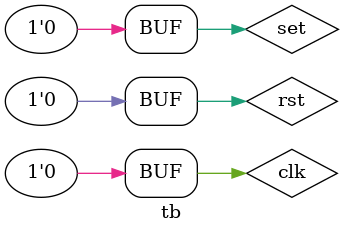
<source format=v>
module tb();
   parameter m=7;
  parameter [m-1:0]seq=7'b1100101;
  reg ip,clk,rst,set;
  wire op;
 
  mela_over mo(ip,clk,rst,set,op);
  always
  begin
    clk=1;
    #5
    clk=0;
    #5;
  end
  
  initial
  begin
    rst=1;set=0;
    #10
    rst=0;set=0;
    #10;
  end
  
  always
  begin  
    ip=$random;
    #10;
  end
  
endmodule
</source>
